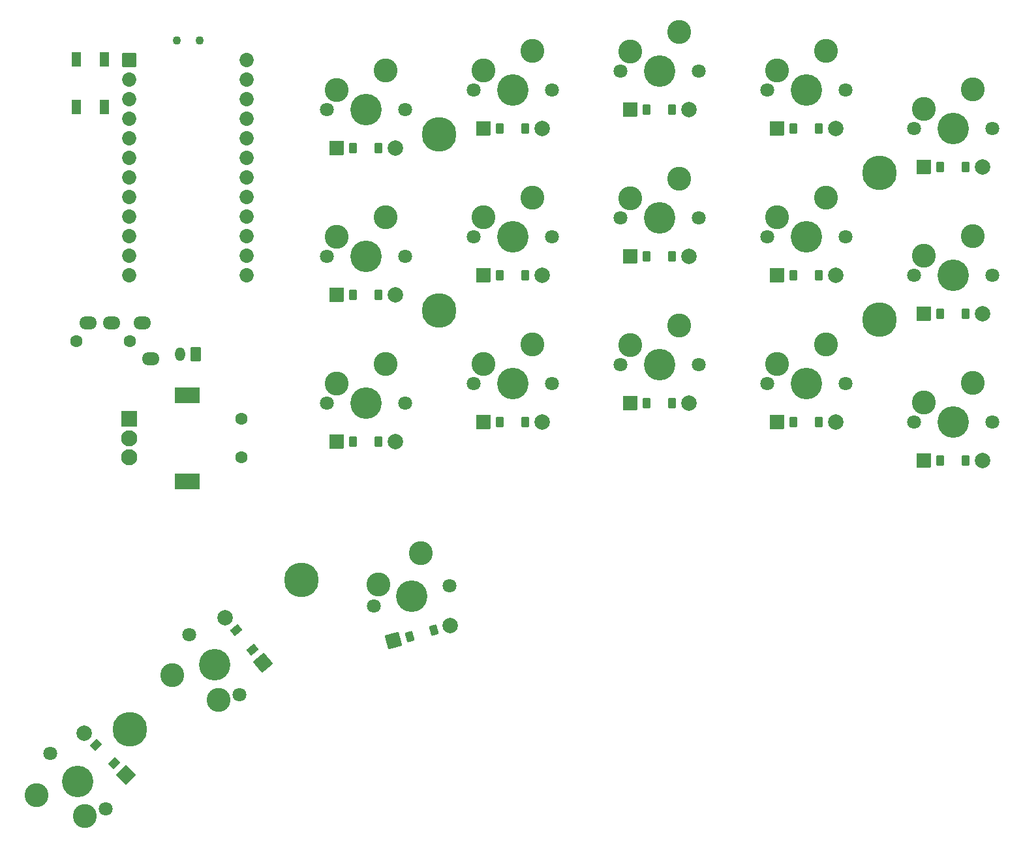
<source format=gbr>
%TF.GenerationSoftware,KiCad,Pcbnew,7.0.10*%
%TF.CreationDate,2024-01-22T21:29:34+02:00*%
%TF.ProjectId,juubo_right_final,6a757562-6f5f-4726-9967-68745f66696e,v1.0.0*%
%TF.SameCoordinates,Original*%
%TF.FileFunction,Soldermask,Top*%
%TF.FilePolarity,Negative*%
%FSLAX46Y46*%
G04 Gerber Fmt 4.6, Leading zero omitted, Abs format (unit mm)*
G04 Created by KiCad (PCBNEW 7.0.10) date 2024-01-22 21:29:34*
%MOMM*%
%LPD*%
G01*
G04 APERTURE LIST*
G04 Aperture macros list*
%AMRoundRect*
0 Rectangle with rounded corners*
0 $1 Rounding radius*
0 $2 $3 $4 $5 $6 $7 $8 $9 X,Y pos of 4 corners*
0 Add a 4 corners polygon primitive as box body*
4,1,4,$2,$3,$4,$5,$6,$7,$8,$9,$2,$3,0*
0 Add four circle primitives for the rounded corners*
1,1,$1+$1,$2,$3*
1,1,$1+$1,$4,$5*
1,1,$1+$1,$6,$7*
1,1,$1+$1,$8,$9*
0 Add four rect primitives between the rounded corners*
20,1,$1+$1,$2,$3,$4,$5,0*
20,1,$1+$1,$4,$5,$6,$7,0*
20,1,$1+$1,$6,$7,$8,$9,0*
20,1,$1+$1,$8,$9,$2,$3,0*%
G04 Aperture macros list end*
%ADD10C,1.100000*%
%ADD11RoundRect,0.050000X-0.550000X0.900000X-0.550000X-0.900000X0.550000X-0.900000X0.550000X0.900000X0*%
%ADD12RoundRect,0.050000X-0.889000X-0.889000X0.889000X-0.889000X0.889000X0.889000X-0.889000X0.889000X0*%
%ADD13RoundRect,0.050000X-0.450000X-0.600000X0.450000X-0.600000X0.450000X0.600000X-0.450000X0.600000X0*%
%ADD14C,2.005000*%
%ADD15C,0.800000*%
%ADD16C,4.500000*%
%ADD17C,1.801800*%
%ADD18C,3.100000*%
%ADD19C,4.087800*%
%ADD20C,1.600000*%
%ADD21O,2.300000X1.700000*%
%ADD22RoundRect,0.050000X0.600000X0.850000X-0.600000X0.850000X-0.600000X-0.850000X0.600000X-0.850000X0*%
%ADD23O,1.300000X1.800000*%
%ADD24RoundRect,0.050000X-0.876300X0.876300X-0.876300X-0.876300X0.876300X-0.876300X0.876300X0.876300X0*%
%ADD25C,1.852600*%
%ADD26RoundRect,0.050000X1.252452X-0.109575X0.109575X1.252452X-1.252452X0.109575X-0.109575X-1.252452X0*%
%ADD27RoundRect,0.050000X0.748881X0.040953X0.170372X0.730393X-0.748881X-0.040953X-0.170372X-0.730393X0*%
%ADD28RoundRect,0.050000X-0.628618X-1.088798X1.088798X-0.628618X0.628618X1.088798X-1.088798X0.628618X0*%
%ADD29RoundRect,0.050000X-0.279375X-0.696024X0.589958X-0.463087X0.279375X0.696024X-0.589958X0.463087X0*%
%ADD30RoundRect,0.050000X1.257236X0.000000X0.000000X1.257236X-1.257236X0.000000X0.000000X-1.257236X0*%
%ADD31RoundRect,0.050000X0.742462X0.106066X0.106066X0.742462X-0.742462X-0.106066X-0.106066X-0.742462X0*%
%ADD32RoundRect,0.050000X-1.600000X-1.000000X1.600000X-1.000000X1.600000X1.000000X-1.600000X1.000000X0*%
%ADD33RoundRect,0.050000X-1.000000X-1.000000X1.000000X-1.000000X1.000000X1.000000X-1.000000X1.000000X0*%
%ADD34C,2.100000*%
G04 APERTURE END LIST*
D10*
%TO.C,T1*%
X290452306Y-52309506D03*
X293452306Y-52309506D03*
%TD*%
D11*
%TO.C,B1*%
X281124804Y-54809003D03*
X281124804Y-61009003D03*
X277424804Y-54809003D03*
X277424804Y-61009003D03*
%TD*%
D12*
%TO.C,D10*%
X330242303Y-101899005D03*
D13*
X332402303Y-101899005D03*
X335702303Y-101899005D03*
D14*
X337862303Y-101899005D03*
%TD*%
D15*
%TO.C,_2*%
X322877304Y-64514005D03*
X323360578Y-63347279D03*
X323360578Y-65680731D03*
X324527304Y-62864005D03*
D16*
X324527304Y-64514005D03*
D15*
X324527304Y-66164005D03*
X325694030Y-63347279D03*
X325694030Y-65680731D03*
X326177304Y-64514005D03*
%TD*%
D12*
%TO.C,D1*%
X387392306Y-106899003D03*
D13*
X389552306Y-106899003D03*
X392852306Y-106899003D03*
D14*
X395012306Y-106899003D03*
%TD*%
D12*
%TO.C,D8*%
X349292303Y-80349006D03*
D13*
X351452303Y-80349006D03*
X354752303Y-80349006D03*
D14*
X356912303Y-80349006D03*
%TD*%
D17*
%TO.C,S13*%
X309922303Y-99399003D03*
D18*
X311192303Y-96859003D03*
D19*
X315002303Y-99399003D03*
D18*
X317542303Y-94319003D03*
D17*
X320082303Y-99399003D03*
%TD*%
D20*
%TO.C,TRRS1*%
X277417306Y-91329005D03*
X284417306Y-91329005D03*
D21*
X287117306Y-93629005D03*
X286017306Y-89029005D03*
X282017306Y-89029005D03*
X279017306Y-89029005D03*
%TD*%
D12*
%TO.C,D14*%
X311192307Y-85349004D03*
D13*
X313352307Y-85349004D03*
X316652307Y-85349004D03*
D14*
X318812307Y-85349004D03*
%TD*%
D15*
%TO.C,_6*%
X322877308Y-87374005D03*
X323360582Y-86207279D03*
X323360582Y-88540731D03*
X324527308Y-85724005D03*
D16*
X324527308Y-87374005D03*
D15*
X324527308Y-89024005D03*
X325694034Y-86207279D03*
X325694034Y-88540731D03*
X326177308Y-87374005D03*
%TD*%
D17*
%TO.C,S4*%
X367072304Y-96899007D03*
D18*
X368342304Y-94359007D03*
D19*
X372152304Y-96899007D03*
D18*
X374692304Y-91819007D03*
D17*
X377232304Y-96899007D03*
%TD*%
%TO.C,S6*%
X367072305Y-58799003D03*
D18*
X368342305Y-56259003D03*
D19*
X372152305Y-58799003D03*
D18*
X374692305Y-53719003D03*
D17*
X377232305Y-58799003D03*
%TD*%
%TO.C,S14*%
X309922305Y-80349004D03*
D18*
X311192305Y-77809004D03*
D19*
X315002305Y-80349004D03*
D18*
X317542305Y-75269004D03*
D17*
X320082305Y-80349004D03*
%TD*%
D12*
%TO.C,D2*%
X387392303Y-87849005D03*
D13*
X389552303Y-87849005D03*
X392852303Y-87849005D03*
D14*
X395012303Y-87849005D03*
%TD*%
D17*
%TO.C,S8*%
X348022305Y-75349005D03*
D18*
X349292305Y-72809005D03*
D19*
X353102305Y-75349005D03*
D18*
X355642305Y-70269005D03*
D17*
X358182305Y-75349005D03*
%TD*%
D15*
%TO.C,_1*%
X380027304Y-69514005D03*
X380510578Y-68347279D03*
X380510578Y-70680731D03*
X381677304Y-67864005D03*
D16*
X381677304Y-69514005D03*
D15*
X381677304Y-71164005D03*
X382844030Y-68347279D03*
X382844030Y-70680731D03*
X383327304Y-69514005D03*
%TD*%
D12*
%TO.C,D12*%
X330242306Y-63799006D03*
D13*
X332402306Y-63799006D03*
X335702306Y-63799006D03*
D14*
X337862306Y-63799006D03*
%TD*%
D12*
%TO.C,D4*%
X368342303Y-101899007D03*
D13*
X370502303Y-101899007D03*
X373802303Y-101899007D03*
D14*
X375962303Y-101899007D03*
%TD*%
D12*
%TO.C,D7*%
X349292302Y-99399004D03*
D13*
X351452302Y-99399004D03*
X354752302Y-99399004D03*
D14*
X356912302Y-99399004D03*
%TD*%
D22*
%TO.C,JST1*%
X292952304Y-93026507D03*
D23*
X290952304Y-93026507D03*
%TD*%
D17*
%TO.C,S18*%
X281239203Y-152081414D03*
D18*
X278545127Y-152979440D03*
D19*
X277647101Y-148489312D03*
D18*
X272258947Y-150285363D03*
D17*
X274054999Y-144897210D03*
%TD*%
%TO.C,S7*%
X348022306Y-94399003D03*
D18*
X349292306Y-91859003D03*
D19*
X353102306Y-94399003D03*
D18*
X355642306Y-89319003D03*
D17*
X358182306Y-94399003D03*
%TD*%
%TO.C,S17*%
X298657011Y-137273420D03*
D18*
X295894918Y-137933224D03*
D19*
X295391650Y-133381914D03*
D18*
X289867464Y-134701522D03*
D17*
X292126289Y-129490408D03*
%TD*%
D12*
%TO.C,D13*%
X311192301Y-104399010D03*
D13*
X313352301Y-104399010D03*
X316652301Y-104399010D03*
D14*
X318812301Y-104399010D03*
%TD*%
D24*
%TO.C,MCU1*%
X284332304Y-54854005D03*
D25*
X284332304Y-57394005D03*
X284332304Y-59934005D03*
X284332304Y-62474005D03*
X284332304Y-65014005D03*
X284332304Y-67554005D03*
X284332304Y-70094005D03*
X284332304Y-72634005D03*
X284332304Y-75174005D03*
X284332304Y-77714005D03*
X284332304Y-80254005D03*
X284332304Y-82794005D03*
X299572304Y-54854005D03*
X299572304Y-57394005D03*
X299572304Y-59934005D03*
X299572304Y-62474005D03*
X299572304Y-65014005D03*
X299572304Y-67554005D03*
X299572304Y-70094005D03*
X299572304Y-72634005D03*
X299572304Y-75174005D03*
X299572304Y-77714005D03*
X299572304Y-80254005D03*
X299572304Y-82794005D03*
%TD*%
D12*
%TO.C,D6*%
X368342304Y-63799004D03*
D13*
X370502304Y-63799004D03*
X373802304Y-63799004D03*
D14*
X375962304Y-63799004D03*
%TD*%
D12*
%TO.C,D11*%
X330242306Y-82849006D03*
D13*
X332402306Y-82849006D03*
X335702306Y-82849006D03*
D14*
X337862306Y-82849006D03*
%TD*%
D17*
%TO.C,S12*%
X328972307Y-58799004D03*
D18*
X330242307Y-56259004D03*
D19*
X334052307Y-58799004D03*
D18*
X336592307Y-53719004D03*
D17*
X339132307Y-58799004D03*
%TD*%
D26*
%TO.C,D17*%
X301670894Y-133086603D03*
D27*
X300282473Y-131431947D03*
X298161273Y-128904001D03*
D14*
X296772852Y-127249345D03*
%TD*%
D12*
%TO.C,D15*%
X311192302Y-66299007D03*
D13*
X313352302Y-66299007D03*
X316652302Y-66299007D03*
D14*
X318812302Y-66299007D03*
%TD*%
D28*
%TO.C,D16*%
X318616224Y-130264736D03*
D29*
X320702623Y-129705686D03*
X323890179Y-128851584D03*
D14*
X325976578Y-128292534D03*
%TD*%
D17*
%TO.C,S16*%
X316095403Y-125763806D03*
D18*
X316664728Y-122981654D03*
D19*
X321002306Y-124449005D03*
D18*
X322140957Y-118884701D03*
D17*
X325909209Y-123134204D03*
%TD*%
D30*
%TO.C,D18*%
X283876713Y-147647856D03*
D31*
X282349362Y-146120505D03*
X280015910Y-143787053D03*
D14*
X278488559Y-142259702D03*
%TD*%
D12*
%TO.C,D3*%
X387392303Y-68799001D03*
D13*
X389552303Y-68799001D03*
X392852303Y-68799001D03*
D14*
X395012303Y-68799001D03*
%TD*%
D17*
%TO.C,S15*%
X309922302Y-61299005D03*
D18*
X311192302Y-58759005D03*
D19*
X315002302Y-61299005D03*
D18*
X317542302Y-56219005D03*
D17*
X320082302Y-61299005D03*
%TD*%
D12*
%TO.C,D5*%
X368342308Y-82849005D03*
D13*
X370502308Y-82849005D03*
X373802308Y-82849005D03*
D14*
X375962308Y-82849005D03*
%TD*%
D15*
%TO.C,_5*%
X285549019Y-142920846D03*
X284382293Y-143404120D03*
X286032293Y-141754120D03*
X283215567Y-142920846D03*
D16*
X284382293Y-141754120D03*
D15*
X285549019Y-140587394D03*
X282732293Y-141754120D03*
X284382293Y-140104120D03*
X283215567Y-140587394D03*
%TD*%
%TO.C,_4*%
X305048752Y-122807139D03*
X305213588Y-121555088D03*
X305817530Y-123809030D03*
X306215479Y-120786310D03*
D16*
X306642530Y-122380088D03*
D15*
X307069581Y-123973866D03*
X307467530Y-120951146D03*
X308071472Y-123205088D03*
X308236308Y-121953037D03*
%TD*%
D17*
%TO.C,S1*%
X386122306Y-101899006D03*
D18*
X387392306Y-99359006D03*
D19*
X391202306Y-101899006D03*
D18*
X393742306Y-96819006D03*
D17*
X396282306Y-101899006D03*
%TD*%
D12*
%TO.C,D9*%
X349292304Y-61299004D03*
D13*
X351452304Y-61299004D03*
X354752304Y-61299004D03*
D14*
X356912304Y-61299004D03*
%TD*%
D17*
%TO.C,S2*%
X386122307Y-82849002D03*
D18*
X387392307Y-80309002D03*
D19*
X391202307Y-82849002D03*
D18*
X393742307Y-77769002D03*
D17*
X396282307Y-82849002D03*
%TD*%
%TO.C,S11*%
X328972306Y-77849003D03*
D18*
X330242306Y-75309003D03*
D19*
X334052306Y-77849003D03*
D18*
X336592306Y-72769003D03*
D17*
X339132306Y-77849003D03*
%TD*%
%TO.C,S9*%
X348022303Y-56299002D03*
D18*
X349292303Y-53759002D03*
D19*
X353102303Y-56299002D03*
D18*
X355642303Y-51219002D03*
D17*
X358182303Y-56299002D03*
%TD*%
D15*
%TO.C,_3*%
X380027304Y-88564004D03*
X380510578Y-87397278D03*
X380510578Y-89730730D03*
X381677304Y-86914004D03*
D16*
X381677304Y-88564004D03*
D15*
X381677304Y-90214004D03*
X382844030Y-87397278D03*
X382844030Y-89730730D03*
X383327304Y-88564004D03*
%TD*%
D17*
%TO.C,S3*%
X386122302Y-63799003D03*
D18*
X387392302Y-61259003D03*
D19*
X391202302Y-63799003D03*
D18*
X393742302Y-58719003D03*
D17*
X396282302Y-63799003D03*
%TD*%
%TO.C,S5*%
X367072305Y-77849003D03*
D18*
X368342305Y-75309003D03*
D19*
X372152305Y-77849003D03*
D18*
X374692305Y-72769003D03*
D17*
X377232305Y-77849003D03*
%TD*%
%TO.C,S10*%
X328972308Y-96899004D03*
D18*
X330242308Y-94359004D03*
D19*
X334052308Y-96899004D03*
D18*
X336592308Y-91819004D03*
D17*
X339132308Y-96899004D03*
%TD*%
D32*
%TO.C,ROT1*%
X291832305Y-98369002D03*
X291832305Y-109569002D03*
D20*
X298832305Y-101469002D03*
X298832305Y-106469002D03*
D33*
X284332305Y-101469002D03*
D34*
X284332305Y-106469002D03*
X284332305Y-103969002D03*
%TD*%
M02*

</source>
